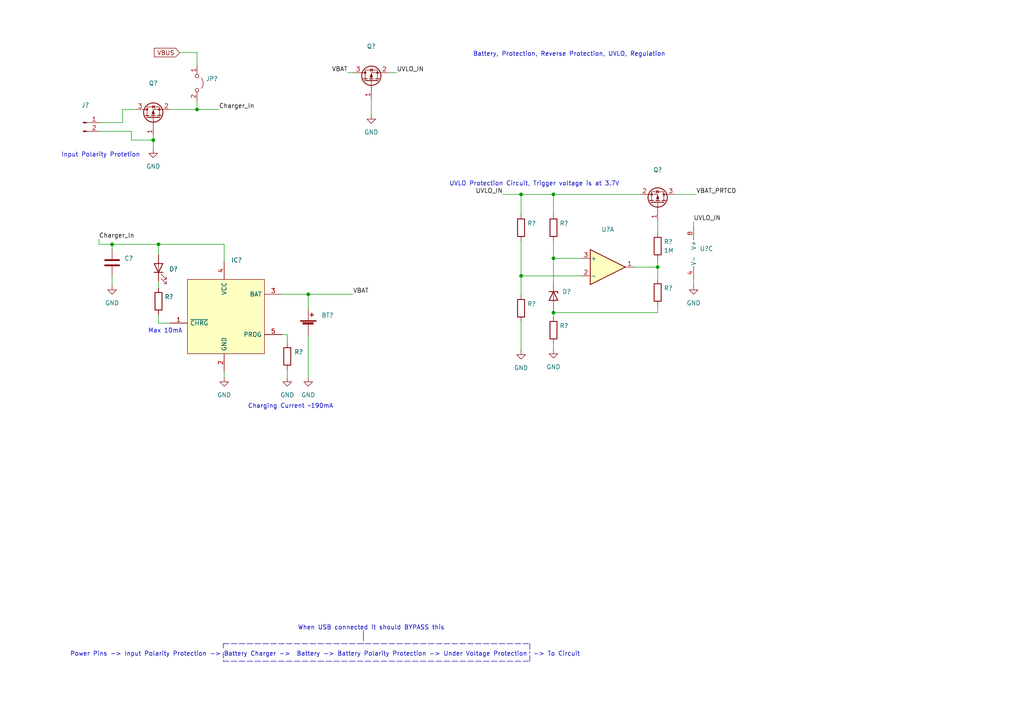
<source format=kicad_sch>
(kicad_sch (version 20211123) (generator eeschema)
  (paper "A4")
  (lib_symbols
    (symbol "Amplifier_Operational:LM358" (pin_names (offset 0.127))
      (property "Reference" "U" (at 0 5.08 0))
      (property "Value" "LM358" (at 0 -5.08 0))
      (symbol "LM358_1_1"
        (polyline (pts (xy -5.08 5.08) (xy 5.08 0) (xy -5.08 -5.08) (xy -5.08 5.08)) (stroke (width 0.254)) (fill (type background)))
        (pin output line (at 7.62 0 180) (length 2.54) (name "~") (number "1"))
        (pin input line (at -7.62 -2.54 0) (length 2.54) (name "-") (number "2"))
        (pin input line (at -7.62 2.54 0) (length 2.54) (name "+") (number "3"))
      )
      (symbol "LM358_2_1"
        (polyline (pts (xy -5.08 5.08) (xy 5.08 0) (xy -5.08 -5.08) (xy -5.08 5.08)) (stroke (width 0.254)) (fill (type background)))
        (pin input line (at -7.62 2.54 0) (length 2.54) (name "+") (number "5"))
        (pin input line (at -7.62 -2.54 0) (length 2.54) (name "-") (number "6"))
        (pin output line (at 7.62 0 180) (length 2.54) (name "~") (number "7"))
      )
      (symbol "LM358_3_1"
        (pin power_in line (at -2.54 -7.62 90) (length 3.81) (name "V-") (number "4"))
        (pin power_in line (at -2.54 7.62 270) (length 3.81) (name "V+") (number "8"))
      )
    )
    (symbol "Connector:Conn_01x02_Male" (pin_names (offset 1.016) hide)
      (property "Reference" "J" (at 0 2.54 0))
      (property "Value" "Conn_01x02_Male" (at 0 -5.08 0))
      (symbol "Conn_01x02_Male_1_1"
        (polyline (pts (xy 1.27 -2.54) (xy 0.8636 -2.54)) (stroke (width 0.1524)))
        (polyline (pts (xy 1.27 0) (xy 0.8636 0)) (stroke (width 0.1524)))
        (rectangle (start 0.8636 -2.413) (end 0 -2.667) (stroke (width 0.1524)) (fill (type outline)))
        (rectangle (start 0.8636 0.127) (end 0 -0.127) (stroke (width 0.1524)) (fill (type outline)))
        (pin passive line (at 5.08 0 180) (length 3.81) (name "Pin_1") (number "1"))
        (pin passive line (at 5.08 -2.54 180) (length 3.81) (name "Pin_2") (number "2"))
      )
    )
    (symbol "Device:Battery_Cell" (pin_numbers hide) (pin_names (offset 0) hide)
      (property "Reference" "BT" (at 2.54 2.54 0))
      (property "Value" "Battery_Cell" (at 2.54 0 0))
      (symbol "Battery_Cell_0_1"
        (rectangle (start -2.286 1.778) (end 2.286 1.524) (fill (type outline)))
        (rectangle (start -1.5748 1.1938) (end 1.4732 0.6858) (fill (type outline)))
        (polyline (pts (xy 0 0.762) (xy 0 0)))
        (polyline (pts (xy 0 1.778) (xy 0 2.54)))
        (polyline (pts (xy 0.508 3.429) (xy 1.524 3.429)) (stroke (width 0.254)))
        (polyline (pts (xy 1.016 3.937) (xy 1.016 2.921)) (stroke (width 0.254)))
      )
      (symbol "Battery_Cell_1_1"
        (pin passive line (at 0 5.08 270) (length 2.54) (name "+") (number "1"))
        (pin passive line (at 0 -2.54 90) (length 2.54) (name "-") (number "2"))
      )
    )
    (symbol "Device:C" (pin_numbers hide) (pin_names (offset 0.254))
      (property "Reference" "C" (at 0.635 2.54 0))
      (property "Value" "C" (at 0.635 -2.54 0))
      (symbol "C_0_1"
        (polyline (pts (xy -2.032 -0.762) (xy 2.032 -0.762)) (stroke (width 0.508)))
        (polyline (pts (xy -2.032 0.762) (xy 2.032 0.762)) (stroke (width 0.508)))
      )
      (symbol "C_1_1"
        (pin passive line (at 0 3.81 270) (length 2.794) (name "~") (number "1"))
        (pin passive line (at 0 -3.81 90) (length 2.794) (name "~") (number "2"))
      )
    )
    (symbol "Device:D_Zener" (pin_numbers hide) (pin_names (offset 1.016) hide)
      (property "Reference" "D" (at 0 2.54 0))
      (property "Value" "D_Zener" (at 0 -2.54 0))
      (symbol "D_Zener_0_1"
        (polyline (pts (xy 1.27 0) (xy -1.27 0)))
        (polyline (pts (xy -1.27 -1.27) (xy -1.27 1.27) (xy -0.762 1.27)) (stroke (width 0.254)))
        (polyline (pts (xy 1.27 -1.27) (xy 1.27 1.27) (xy -1.27 0) (xy 1.27 -1.27)) (stroke (width 0.254)))
      )
      (symbol "D_Zener_1_1"
        (pin passive line (at -3.81 0 0) (length 2.54) (name "K") (number "1"))
        (pin passive line (at 3.81 0 180) (length 2.54) (name "A") (number "2"))
      )
    )
    (symbol "Device:LED" (pin_numbers hide) (pin_names (offset 1.016) hide)
      (property "Reference" "D" (at 0 2.54 0))
      (property "Value" "LED" (at 0 -2.54 0))
      (symbol "LED_0_1"
        (polyline (pts (xy -1.27 -1.27) (xy -1.27 1.27)) (stroke (width 0.254)))
        (polyline (pts (xy -1.27 0) (xy 1.27 0)))
        (polyline (pts (xy 1.27 -1.27) (xy 1.27 1.27) (xy -1.27 0) (xy 1.27 -1.27)) (stroke (width 0.254)))
        (polyline (pts (xy -3.048 -0.762) (xy -4.572 -2.286) (xy -3.81 -2.286) (xy -4.572 -2.286) (xy -4.572 -1.524)))
        (polyline (pts (xy -1.778 -0.762) (xy -3.302 -2.286) (xy -2.54 -2.286) (xy -3.302 -2.286) (xy -3.302 -1.524)))
      )
      (symbol "LED_1_1"
        (pin passive line (at -3.81 0 0) (length 2.54) (name "K") (number "1"))
        (pin passive line (at 3.81 0 180) (length 2.54) (name "A") (number "2"))
      )
    )
    (symbol "Device:Q_PMOS_GSD" (pin_names (offset 0) hide)
      (property "Reference" "Q" (at 5.08 1.27 0))
      (property "Value" "Q_PMOS_GSD" (at 5.08 -1.27 0))
      (symbol "Q_PMOS_GSD_0_1"
        (polyline (pts (xy 0.254 0) (xy -2.54 0)))
        (polyline (pts (xy 0.254 1.905) (xy 0.254 -1.905)) (stroke (width 0.254)))
        (polyline (pts (xy 0.762 -1.27) (xy 0.762 -2.286)) (stroke (width 0.254)))
        (polyline (pts (xy 0.762 0.508) (xy 0.762 -0.508)) (stroke (width 0.254)))
        (polyline (pts (xy 0.762 2.286) (xy 0.762 1.27)) (stroke (width 0.254)))
        (polyline (pts (xy 2.54 2.54) (xy 2.54 1.778)))
        (polyline (pts (xy 2.54 -2.54) (xy 2.54 0) (xy 0.762 0)))
        (polyline (pts (xy 0.762 1.778) (xy 3.302 1.778) (xy 3.302 -1.778) (xy 0.762 -1.778)))
        (polyline (pts (xy 2.286 0) (xy 1.27 0.381) (xy 1.27 -0.381) (xy 2.286 0)) (fill (type outline)))
        (polyline (pts (xy 2.794 -0.508) (xy 2.921 -0.381) (xy 3.683 -0.381) (xy 3.81 -0.254)))
        (polyline (pts (xy 3.302 -0.381) (xy 2.921 0.254) (xy 3.683 0.254) (xy 3.302 -0.381)))
        (circle (center 1.651 0) (radius 2.794) (stroke (width 0.254)))
        (circle (center 2.54 -1.778) (radius 0.254) (fill (type outline)))
        (circle (center 2.54 1.778) (radius 0.254) (fill (type outline)))
      )
      (symbol "Q_PMOS_GSD_1_1"
        (pin input line (at -5.08 0 0) (length 2.54) (name "G") (number "1"))
        (pin passive line (at 2.54 -5.08 90) (length 2.54) (name "S") (number "2"))
        (pin passive line (at 2.54 5.08 270) (length 2.54) (name "D") (number "3"))
      )
    )
    (symbol "Device:R" (pin_numbers hide) (pin_names (offset 0))
      (property "Reference" "R" (at 2.032 0 90))
      (property "Value" "R" (at 0 0 90))
      (symbol "R_0_1"
        (rectangle (start -1.016 -2.54) (end 1.016 2.54) (stroke (width 0.254)))
      )
      (symbol "R_1_1"
        (pin passive line (at 0 3.81 270) (length 1.27) (name "~") (number "1"))
        (pin passive line (at 0 -3.81 90) (length 1.27) (name "~") (number "2"))
      )
    )
    (symbol "Jumper:Jumper_2_Open" (pin_names (offset 0) hide)
      (property "Reference" "JP" (at 0 2.794 0))
      (property "Value" "Jumper_2_Open" (at 0 -2.286 0))
      (symbol "Jumper_2_Open_0_0"
        (circle (center -2.032 0) (radius 0.508))
        (circle (center 2.032 0) (radius 0.508))
      )
      (symbol "Jumper_2_Open_0_1"
        (arc (start 1.524 1.27) (mid 0 1.778) (end -1.524 1.27))
      )
      (symbol "Jumper_2_Open_1_1"
        (pin passive line (at -5.08 0 0) (length 2.54) (name "A") (number "1"))
        (pin passive line (at 5.08 0 180) (length 2.54) (name "B") (number "2"))
      )
    )
    (symbol "TP4054-42-SOT25-R_1" (pin_names (offset 0.762))
      (property "Reference" "IC" (at 5.334 14.224 0))
      (property "Value" "TP4054-42-SOT25-R_1" (at 5.334 12.192 0))
      (symbol "TP4054-42-SOT25-R_1_0_0"
        (pin passive line (at -16.002 -2.032 0) (length 5.08) (name "~{CHRG}") (number "1"))
        (pin passive line (at -0.254 -16.002 90) (length 5.08) (name "GND") (number "2"))
        (pin passive line (at 16.51 6.35 180) (length 5.08) (name "BAT") (number "3"))
        (pin passive line (at -0.254 15.748 270) (length 5.08) (name "VCC") (number "4"))
        (pin passive line (at 16.51 -5.334 180) (length 5.08) (name "PROG") (number "5"))
      )
      (symbol "TP4054-42-SOT25-R_1_0_1"
        (rectangle (start -10.922 10.668) (end 11.43 -10.922) (fill (type background)))
      )
    )
    (symbol "power:GND" (power) (pin_names (offset 0))
      (property "Value" "GND" (at 0 -3.81 0))
      (symbol "GND_0_1"
        (polyline (pts (xy 0 0) (xy 0 -1.27) (xy 1.27 -1.27) (xy 0 -2.54) (xy -1.27 -1.27) (xy 0 -1.27)))
      )
      (symbol "GND_1_1"
        (pin power_in line (at 0 0 270) (length 0) hide (name "GND") (number "1"))
      )
    )
  )
  (junction (at 44.45 40.64))
  (junction (at 32.512 70.866))
  (junction (at 57.15 31.75))
  (junction (at 160.528 74.93))
  (junction (at 160.528 90.678))
  (junction (at 190.754 77.47))
  (junction (at 45.974 70.866))
  (junction (at 160.528 56.388))
  (junction (at 89.408 85.344))
  (junction (at 151.13 80.01))
  (junction (at 151.13 56.388))
  (bus_entry (at 329.184 185.928) (size 2.54 2.54))
  (wire (pts (xy 32.512 70.866) (xy 32.512 72.39)))
  (wire (pts (xy 160.528 56.388) (xy 160.528 62.23)))
  (wire (pts (xy 45.974 70.866) (xy 65.024 70.866)))
  (wire (pts (xy 83.312 99.568) (xy 83.312 97.028)))
  (wire (pts (xy 57.15 29.21) (xy 57.15 31.75)))
  (wire (pts (xy 183.896 77.47) (xy 190.754 77.47)))
  (wire (pts (xy 35.56 31.75) (xy 39.37 31.75)))
  (wire (pts (xy 190.754 90.678) (xy 190.754 88.646)))
  (wire (pts (xy 160.528 90.678) (xy 160.528 91.948)))
  (wire (pts (xy 57.15 15.24) (xy 57.15 19.05)))
  (wire (pts (xy 160.528 89.662) (xy 160.528 90.678)))
  (wire (pts (xy 89.408 97.282) (xy 89.408 109.474)))
  (wire (pts (xy 190.754 64.008) (xy 190.754 67.564)))
  (polyline (pts (xy 64.77 186.69) (xy 153.67 186.69)))
  (wire (pts (xy 145.796 56.388) (xy 151.13 56.388)))
  (wire (pts (xy 45.974 91.186) (xy 45.974 93.726)))
  (wire (pts (xy 81.788 85.344) (xy 89.408 85.344)))
  (wire (pts (xy 190.754 77.47) (xy 190.754 81.026)))
  (wire (pts (xy 38.1 38.1) (xy 38.1 40.64)))
  (wire (pts (xy 57.15 31.75) (xy 63.5 31.75)))
  (wire (pts (xy 201.168 81.026) (xy 201.168 82.804)))
  (polyline (pts (xy 105.41 184.15) (xy 105.41 186.69)))
  (wire (pts (xy 83.312 97.028) (xy 81.788 97.028)))
  (wire (pts (xy 44.45 39.37) (xy 44.45 40.64)))
  (wire (pts (xy 89.408 85.344) (xy 89.408 89.662)))
  (polyline (pts (xy 64.77 191.77) (xy 153.67 191.77)))
  (wire (pts (xy 160.528 74.93) (xy 160.528 82.042)))
  (wire (pts (xy 32.512 70.866) (xy 45.974 70.866)))
  (wire (pts (xy 29.21 35.56) (xy 35.56 35.56)))
  (wire (pts (xy 32.512 70.866) (xy 28.702 70.866)))
  (wire (pts (xy 29.21 38.1) (xy 38.1 38.1)))
  (polyline (pts (xy 153.67 186.69) (xy 153.67 189.23)))
  (wire (pts (xy 160.528 69.85) (xy 160.528 74.93)))
  (polyline (pts (xy 153.67 191.77) (xy 153.67 189.23)))
  (wire (pts (xy 32.512 80.01) (xy 32.512 82.804)))
  (wire (pts (xy 151.13 80.01) (xy 168.656 80.01)))
  (wire (pts (xy 65.024 70.866) (xy 65.024 75.946)))
  (wire (pts (xy 151.13 56.388) (xy 160.528 56.388)))
  (wire (pts (xy 52.07 15.24) (xy 57.15 15.24)))
  (wire (pts (xy 151.13 80.01) (xy 151.13 85.598)))
  (polyline (pts (xy 64.77 189.23) (xy 64.77 191.77)))
  (wire (pts (xy 112.776 21.082) (xy 115.062 21.082)))
  (wire (pts (xy 151.13 69.85) (xy 151.13 80.01)))
  (wire (pts (xy 160.528 90.678) (xy 190.754 90.678)))
  (wire (pts (xy 190.754 75.184) (xy 190.754 77.47)))
  (wire (pts (xy 160.528 56.388) (xy 185.674 56.388)))
  (wire (pts (xy 151.13 93.218) (xy 151.13 101.6)))
  (wire (pts (xy 107.696 28.702) (xy 107.696 33.274)))
  (wire (pts (xy 201.168 64.262) (xy 201.168 65.786)))
  (wire (pts (xy 44.45 40.64) (xy 44.45 43.18)))
  (wire (pts (xy 49.53 31.75) (xy 57.15 31.75)))
  (wire (pts (xy 28.702 69.342) (xy 28.702 70.866)))
  (wire (pts (xy 160.528 74.93) (xy 168.656 74.93)))
  (wire (pts (xy 45.974 81.534) (xy 45.974 83.566)))
  (wire (pts (xy 89.408 85.344) (xy 102.362 85.344)))
  (wire (pts (xy 45.974 93.726) (xy 49.276 93.726)))
  (wire (pts (xy 195.834 56.388) (xy 201.93 56.388)))
  (wire (pts (xy 151.13 56.388) (xy 151.13 62.23)))
  (wire (pts (xy 38.1 40.64) (xy 44.45 40.64)))
  (wire (pts (xy 65.024 107.696) (xy 65.024 109.474)))
  (wire (pts (xy 160.528 99.568) (xy 160.528 101.346)))
  (polyline (pts (xy 105.41 182.88) (xy 105.41 184.15)))
  (wire (pts (xy 35.56 31.75) (xy 35.56 35.56)))
  (wire (pts (xy 45.974 70.866) (xy 45.974 73.914)))
  (wire (pts (xy 100.838 21.082) (xy 102.616 21.082)))
  (polyline (pts (xy 64.77 187.96) (xy 64.77 186.69)))
  (wire (pts (xy 83.312 107.188) (xy 83.312 109.474)))
  (text "Charging Current ~190mA" (at 71.882 118.618 0) (effects (font (size 1.27 1.27)) (justify left bottom)))
  (text "UVLO Protection Circuit, Trigger voltage is at 3.7V" (at 130.302 54.102 0) (effects (font (size 1.27 1.27)) (justify left bottom)))
  (text "Input Polarity Protetion" (at 17.78 45.72 0) (effects (font (size 1.27 1.27)) (justify left bottom)))
  (text "Power Pins -> Input Polarity Protection -> Battery Charger ->  Battery -> Battery Polarity Protection -> Under Voltage Protection" (at 20.32 190.5 0) (effects (font (size 1.27 1.27)) (justify left bottom)))
  (text "Max 10mA" (at 42.926 96.774 0) (effects (font (size 1.27 1.27)) (justify left bottom)))
  (text "When USB connected it should BYPASS this" (at 86.36 182.88 0) (effects (font (size 1.27 1.27)) (justify left bottom)))
  (text " -> To Circuit" (at 153.67 190.5 0) (effects (font (size 1.27 1.27)) (justify left bottom)))
  (text "Battery, Protection, Reverse Protection, UVLO, Regulation" (at 137.16 16.51 0) (effects (font (size 1.27 1.27)) (justify left bottom)))
  (label "VBAT" (at 102.362 85.344 0))
  (label "UVLO_IN" (at 145.796 56.388 180))
  (label "Charger_In" (at 28.702 69.342 0))
  (label "Charger_In" (at 63.5 31.75 0))
  (label "UVLO_IN" (at 201.168 64.262 0))
  (label "VBAT_PRTCD" (at 201.93 56.388 0))
  (label "VBAT" (at 100.838 21.082 180))
  (label "UVLO_IN" (at 115.062 21.082 0))
  (global_label "VBUS" (shape input) (at 52.07 15.24 180) (property "Intersheet References" "${INTERSHEET_REFS}" (effects hide)))
  (symbol (lib_id "power:GND") (at 201.168 82.804 0) (unit 1)
    (property "Reference" "#PWR?" (effects hide))
    (property "Value" "GND" (at 201.168 87.884 0))
  )
  (symbol (lib_id "power:GND") (at 89.408 109.474 0) (unit 1)
    (property "Reference" "#PWR?" (effects hide))
    (property "Value" "GND" (at 89.408 114.554 0))
  )
  (symbol (lib_id "power:GND") (at 107.696 33.274 0) (unit 1)
    (property "Reference" "#PWR?" (effects hide))
    (property "Value" "GND" (at 107.696 38.354 0))
  )
  (symbol (lib_id "Device:Q_PMOS_GSD") (at 190.754 58.928 270) (mirror x) (unit 1)
    (property "Reference" "Q?" (at 190.754 49.276 90))
    (property "Alt_LCSC" "C15127" (effects hide))
    (property "LCSC" " C10487" (effects hide))
    (property "Populate" "Y" (effects hide))
  )
  (symbol (lib_id "Device:R") (at 151.13 89.408 0) (unit 1)
    (property "Reference" "R?" (at 152.908 88.1379 0) (effects (justify left)))
    (property "LCSC" "C22935" (effects hide))
    (property "Populate" "Y" (effects hide))
    (property "Price" "0.0013" (effects hide))
  )
  (symbol (lib_id "Device:D_Zener") (at 160.528 85.852 270) (unit 1)
    (property "Reference" "D?" (at 163.068 84.5819 90) (effects (justify left)))
    (property "LCSC" "C209611" (effects hide))
    (property "Manufacturer_Part_Number" "EDZVT2R2.2B" (effects hide))
    (property "Populate" "Y" (effects hide))
    (property "Price" "0.0274" (effects hide))
  )
  (symbol (lib_id "Device:R") (at 83.312 103.378 0) (unit 1)
    (property "Reference" "R?" (at 85.344 102.1079 0) (effects (justify left)))
  )
  (symbol (lib_id "Device:R") (at 151.13 66.04 0) (unit 1)
    (property "Reference" "R?" (at 152.908 64.7699 0) (effects (justify left)))
    (property "LCSC" "C23146" (effects hide))
    (property "Populate" "Y" (effects hide))
    (property "Price" "0.0014" (effects hide))
  )
  (symbol (lib_id "Amplifier_Operational:LM358") (at 203.708 73.406 0) (unit 3)
    (property "Reference" "U?" (at 202.946 72.1359 0) (effects (justify left)))
    (property "Datasheet" "http://www.ti.com/lit/ds/symlink/lm2904-n.pdf" (effects hide))
  )
  (symbol (lib_name "TP4054-42-SOT25-R_1") (lib_id "TP4054-42-SOT25-R:TP4054-42-SOT25-R") (at 65.278 91.694 0) (unit 1)
    (property "Reference" "IC?" (at 67.0434 75.438 0) (effects (justify left)))
    (property "Datasheet" "http://images.100y.com.tw/pdf_file/38-TP-TP4054x.pdf" (effects hide))
    (property "Description" "Standalone Linear Li-ion Battery Charger with Thermal Regulation, SOT-23-5" (effects hide))
    (property "Manufacturer_Part_Number" "TP4054-42-SOT25-R" (effects hide))
    (property "LCSC" "C32574" (effects hide))
  )
  (symbol (lib_id "Amplifier_Operational:LM358") (at 176.276 77.47 0) (unit 1)
    (property "Reference" "U?" (at 176.276 66.548 0))
    (property "Datasheet" "http://www.ti.com/lit/ds/symlink/lm2904-n.pdf" (effects hide))
    (property "LCSC" "C7950" (effects hide))
  )
  (symbol (lib_id "Connector:Conn_01x02_Male") (at 24.13 35.56 0) (unit 1)
    (property "Reference" "J?" (at 24.765 30.48 0))
  )
  (symbol (lib_id "power:GND") (at 44.45 43.18 0) (unit 1)
    (property "Reference" "#PWR?" (effects hide))
    (property "Value" "GND" (at 44.45 48.26 0))
  )
  (symbol (lib_id "Device:R") (at 160.528 66.04 0) (unit 1)
    (property "Reference" "R?" (at 162.306 64.7699 0) (effects (justify left)))
    (property "LCSC" "C8218" (effects hide))
    (property "Price" "0.0013" (effects hide))
  )
  (symbol (lib_id "Device:R") (at 190.754 84.836 0) (unit 1)
    (property "Reference" "R?" (at 192.532 83.5659 0) (effects (justify left)))
  )
  (symbol (lib_id "Device:R") (at 190.754 71.374 0) (unit 1)
    (property "Reference" "R?" (at 192.532 70.1039 0) (effects (justify left)))
    (property "Value" "1M" (at 192.532 72.6439 0) (effects (justify left)))
    (property "Footprint" "Resistor_SMD:R_0603_1608Metric_Pad0.98x0.95mm_HandSolder" (effects hide))
    (property "LCSC" "C22935" (effects hide))
    (property "Populate" "Y" (effects hide))
    (property "Price" "0.0013" (effects hide))
  )
  (symbol (lib_id "Device:LED") (at 45.974 77.724 90) (unit 1)
    (property "Reference" "D?" (at 49.022 78.0414 90) (effects (justify right)))
  )
  (symbol (lib_id "power:GND") (at 32.512 82.804 0) (unit 1)
    (property "Reference" "#PWR?" (effects hide))
    (property "Value" "GND" (at 32.512 87.884 0))
  )
  (symbol (lib_id "power:GND") (at 83.312 109.474 0) (unit 1)
    (property "Reference" "#PWR?" (effects hide))
    (property "Value" "GND" (at 83.312 114.554 0))
  )
  (symbol (lib_id "Jumper:Jumper_2_Open") (at 57.15 24.13 270) (unit 1)
    (property "Reference" "JP?" (at 59.69 22.8599 90) (effects (justify left)))
  )
  (symbol (lib_id "Device:Q_PMOS_GSD") (at 44.45 34.29 90) (unit 1)
    (property "Reference" "Q?" (at 44.45 24.13 90))
    (property "Alt_LCSC" "C15127" (effects hide))
    (property "LCSC" " C10487" (effects hide))
    (property "Populate" "Y" (effects hide))
  )
  (symbol (lib_id "power:GND") (at 151.13 101.6 0) (unit 1)
    (property "Reference" "#PWR?" (effects hide))
    (property "Value" "GND" (at 151.13 106.68 0))
  )
  (symbol (lib_id "Device:R") (at 45.974 87.376 0) (unit 1)
    (property "Reference" "R?" (at 47.752 86.1059 0) (effects (justify left)))
  )
  (symbol (lib_id "Device:Battery_Cell") (at 89.408 94.742 0) (unit 1)
    (property "Reference" "BT?" (at 93.218 91.4399 0) (effects (justify left)))
    (property "Populate" "DNP" (effects hide))
  )
  (symbol (lib_id "Device:Q_PMOS_GSD") (at 107.696 23.622 90) (unit 1)
    (property "Reference" "Q?" (at 107.696 13.462 90))
    (property "Alt_LCSC" "C15127" (effects hide))
    (property "LCSC" " C10487" (effects hide))
    (property "Populate" "Y" (effects hide))
  )
  (symbol (lib_id "Device:C") (at 32.512 76.2 0) (unit 1)
    (property "Reference" "C?" (at 36.068 74.9299 0) (effects (justify left)))
  )
  (symbol (lib_id "power:GND") (at 160.528 101.346 0) (unit 1)
    (property "Reference" "#PWR?" (effects hide))
    (property "Value" "GND" (at 160.528 106.426 0))
  )
  (symbol (lib_id "power:GND") (at 65.024 109.474 0) (unit 1)
    (property "Reference" "#PWR?" (effects hide))
    (property "Value" "GND" (at 65.024 114.554 0))
  )
  (symbol (lib_id "Device:R") (at 160.528 95.758 0) (unit 1)
    (property "Reference" "R?" (at 162.306 94.4879 0) (effects (justify left)))
    (property "LCSC" "C22775" (effects hide))
    (property "Populate" "Y" (effects hide))
    (property "Price" "0.0013" (effects hide))
  )
)
</source>
